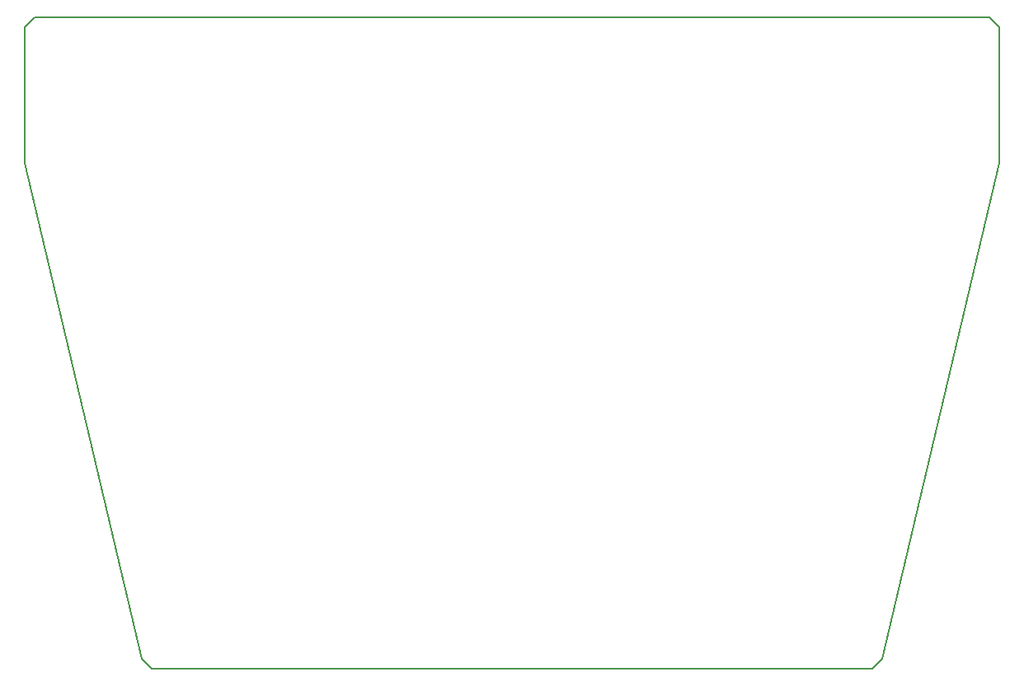
<source format=gbr>
G04 #@! TF.FileFunction,Profile,NP*
%FSLAX46Y46*%
G04 Gerber Fmt 4.6, Leading zero omitted, Abs format (unit mm)*
G04 Created by KiCad (PCBNEW 4.0.7) date 12/09/17 16:09:34*
%MOMM*%
%LPD*%
G01*
G04 APERTURE LIST*
%ADD10C,0.100000*%
%ADD11C,0.150000*%
G04 APERTURE END LIST*
D10*
D11*
X112000000Y-96000000D02*
X113000000Y-97000000D01*
X188000000Y-96000000D02*
X200000000Y-45000000D01*
X187000000Y-97000000D02*
X188000000Y-96000000D01*
X101000000Y-30000000D02*
X199000000Y-30000000D01*
X100000000Y-45000000D02*
X112000000Y-96000000D01*
X100000000Y-31000000D02*
X101000000Y-30000000D01*
X100000000Y-45000000D02*
X100000000Y-31000000D01*
X187000000Y-97000000D02*
X113000000Y-97000000D01*
X199000000Y-30000000D02*
X200000000Y-31000000D01*
X200000000Y-31000000D02*
X200000000Y-45000000D01*
M02*

</source>
